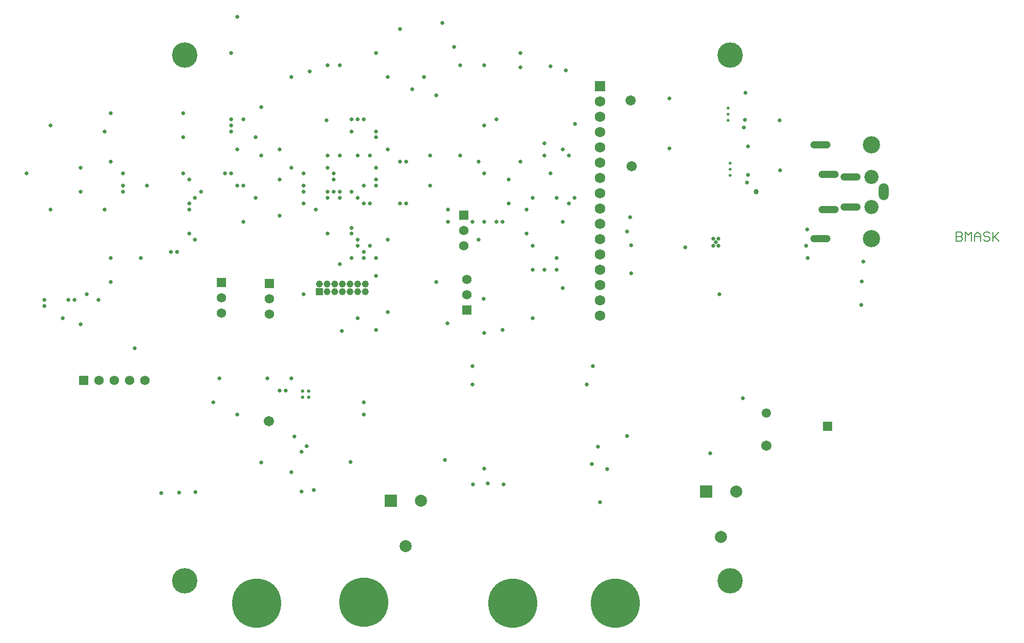
<source format=gbr>
%TF.GenerationSoftware,Altium Limited,Altium Designer,21.0.9 (235)*%
G04 Layer_Color=16711935*
%FSLAX26Y26*%
%MOIN*%
%TF.SameCoordinates,617CA12B-F850-4EA5-9EC3-0E5FEE419536*%
%TF.FilePolarity,Negative*%
%TF.FileFunction,Soldermask,Bot*%
%TF.Part,Single*%
G01*
G75*
%TA.AperFunction,NonConductor*%
%ADD84C,0.006000*%
%TA.AperFunction,ComponentPad*%
%ADD85C,0.061024*%
%ADD86C,0.061654*%
%ADD87R,0.061654X0.061654*%
%ADD89R,0.061024X0.061024*%
%ADD92R,0.061811X0.061811*%
%ADD93C,0.061811*%
%ADD101C,0.078740*%
%ADD102R,0.078740X0.078740*%
%TA.AperFunction,ViaPad*%
%ADD105C,0.019685*%
%TA.AperFunction,ComponentPad*%
%ADD130C,0.067024*%
%TA.AperFunction,ViaPad*%
%ADD131C,0.166000*%
%TA.AperFunction,ComponentPad*%
%ADD132C,0.068992*%
%ADD133R,0.068992X0.068992*%
%ADD134C,0.092614*%
%ADD135C,0.112299*%
%ADD136O,0.065055X0.112299*%
%ADD137O,0.131984X0.049307*%
%ADD138C,0.320961*%
%ADD139C,0.045370*%
%ADD140R,0.045370X0.045370*%
%TA.AperFunction,ViaPad*%
%ADD141C,0.026000*%
%ADD142C,0.034000*%
%ADD143C,0.025685*%
%ADD144C,0.021748*%
D84*
X7256000Y3790981D02*
Y3731000D01*
X7285990D01*
X7295987Y3740997D01*
Y3750994D01*
X7285990Y3760990D01*
X7256000D01*
X7285990D01*
X7295987Y3770987D01*
Y3780984D01*
X7285990Y3790981D01*
X7256000D01*
X7315981Y3731000D02*
Y3790981D01*
X7335974Y3770987D01*
X7355968Y3790981D01*
Y3731000D01*
X7375961D02*
Y3770987D01*
X7395955Y3790981D01*
X7415948Y3770987D01*
Y3731000D01*
Y3760990D01*
X7375961D01*
X7475929Y3780984D02*
X7465932Y3790981D01*
X7445939D01*
X7435942Y3780984D01*
Y3770987D01*
X7445939Y3760990D01*
X7465932D01*
X7475929Y3750994D01*
Y3740997D01*
X7465932Y3731000D01*
X7445939D01*
X7435942Y3740997D01*
X7495922Y3790981D02*
Y3731000D01*
Y3750994D01*
X7535909Y3790981D01*
X7505919Y3760990D01*
X7535909Y3731000D01*
D85*
X6015394Y2607220D02*
D03*
D86*
X1955000Y2820000D02*
D03*
X1855000D02*
D03*
X1755000D02*
D03*
X1655000D02*
D03*
D87*
X1555000D02*
D03*
D89*
X6415000Y2521000D02*
D03*
D92*
X4060000Y3280000D02*
D03*
X4040000Y3899832D02*
D03*
X2770000Y3455000D02*
D03*
X2455000Y3460000D02*
D03*
D93*
X4060000Y3380000D02*
D03*
Y3480000D02*
D03*
X4040000Y3799832D02*
D03*
Y3699832D02*
D03*
X2770000Y3255000D02*
D03*
Y3355000D02*
D03*
X2455000Y3260000D02*
D03*
Y3360000D02*
D03*
D101*
X5818425Y2093425D02*
D03*
X5720000Y1798150D02*
D03*
X3758425Y2033425D02*
D03*
X3660000Y1738150D02*
D03*
D102*
X5621575Y2093425D02*
D03*
X3561575Y2033425D02*
D03*
D105*
X5780000Y4241551D02*
D03*
Y4201000D02*
D03*
Y4160449D02*
D03*
X5765000Y4602102D02*
D03*
Y4561551D02*
D03*
Y4521000D02*
D03*
D130*
X6015000Y2395000D02*
D03*
X5135000Y4220000D02*
D03*
X5130000Y4650000D02*
D03*
X2765000Y2555000D02*
D03*
D131*
X5778627Y1510592D02*
D03*
Y4948092D02*
D03*
X2216127D02*
D03*
Y1510592D02*
D03*
D132*
X4930000Y3245000D02*
D03*
Y3345000D02*
D03*
Y3645000D02*
D03*
Y3745000D02*
D03*
Y3845000D02*
D03*
Y4045000D02*
D03*
Y4145000D02*
D03*
Y4345000D02*
D03*
Y4545000D02*
D03*
Y4645000D02*
D03*
Y4445000D02*
D03*
Y4245000D02*
D03*
Y3945000D02*
D03*
Y3545000D02*
D03*
Y3445000D02*
D03*
D133*
Y4745000D02*
D03*
D134*
X6702795Y4151850D02*
D03*
Y3955000D02*
D03*
D135*
Y4360512D02*
D03*
Y3746339D02*
D03*
D136*
X6781535Y4053425D02*
D03*
D137*
X6368150Y4360512D02*
D03*
Y3746339D02*
D03*
X6565000Y4151850D02*
D03*
Y3955000D02*
D03*
X6421299Y4167598D02*
D03*
Y3939252D02*
D03*
D138*
X4360000Y1365000D02*
D03*
X5030000D02*
D03*
X2685000D02*
D03*
X3385000Y1370000D02*
D03*
D139*
X3395000Y3450000D02*
D03*
Y3400000D02*
D03*
X3345000Y3450000D02*
D03*
Y3400000D02*
D03*
X3295000Y3450000D02*
D03*
Y3400000D02*
D03*
X3245000Y3450000D02*
D03*
Y3400000D02*
D03*
X3195000Y3450000D02*
D03*
Y3400000D02*
D03*
X3145000Y3450000D02*
D03*
Y3400000D02*
D03*
X3095000Y3450000D02*
D03*
D140*
Y3400000D02*
D03*
D141*
X4766000Y4498000D02*
D03*
X4704000Y4847000D02*
D03*
X4408000Y4869000D02*
D03*
X4604000Y4875000D02*
D03*
X3243000Y3144000D02*
D03*
X3933000Y3196000D02*
D03*
X4171000Y3132000D02*
D03*
X4168000Y3353000D02*
D03*
X2716535Y2283465D02*
D03*
X4173228Y2244095D02*
D03*
X3543307Y3267716D02*
D03*
Y3740157D02*
D03*
X2519685Y4527559D02*
D03*
X3346457Y4291339D02*
D03*
X2244095Y3779528D02*
D03*
X3385827Y3661417D02*
D03*
X3346457Y3740157D02*
D03*
X2283465D02*
D03*
X3346457Y3700787D02*
D03*
X3464567Y4094488D02*
D03*
X3818898D02*
D03*
X1692913Y3937008D02*
D03*
X4685039Y3425197D02*
D03*
X1299213Y3307087D02*
D03*
X1732284Y3622047D02*
D03*
X1929134D02*
D03*
X3385827Y3976378D02*
D03*
X2992126Y4055118D02*
D03*
X2322835D02*
D03*
X2244095Y3937008D02*
D03*
X3149606Y4055118D02*
D03*
X2992126Y3976378D02*
D03*
X2244095D02*
D03*
Y4133858D02*
D03*
X3188976D02*
D03*
X1811024Y4173228D02*
D03*
Y4094488D02*
D03*
X3149606Y4291339D02*
D03*
X3070866Y3937008D02*
D03*
X1456693Y3346457D02*
D03*
X1496063D02*
D03*
X1653543D02*
D03*
X4251968Y4527559D02*
D03*
X2834646Y3897638D02*
D03*
X4448819Y3937008D02*
D03*
X3858268Y4685039D02*
D03*
X3464567Y4409449D02*
D03*
X1811024Y4055118D02*
D03*
X1299213Y3346457D02*
D03*
X4251968Y3858268D02*
D03*
X1889764Y3031496D02*
D03*
X3346457Y3228347D02*
D03*
X3897638Y5157480D02*
D03*
X1181102Y4173228D02*
D03*
X4724409Y4291339D02*
D03*
Y3976378D02*
D03*
X4291339Y3149606D02*
D03*
X1535433Y3188976D02*
D03*
X3818898Y4291339D02*
D03*
X4015748D02*
D03*
X4133858Y3740157D02*
D03*
X3937008Y3858268D02*
D03*
X2125984Y3661417D02*
D03*
X1535433Y4055118D02*
D03*
X5861000Y2706000D02*
D03*
X5107000Y3794000D02*
D03*
X2913386Y4212598D02*
D03*
X3149606D02*
D03*
X2598425Y4527559D02*
D03*
X3307087D02*
D03*
X3346457D02*
D03*
X2716535Y4606299D02*
D03*
X3622047Y3976378D02*
D03*
X3661417D02*
D03*
X2598425Y4094488D02*
D03*
X2283465Y4015748D02*
D03*
X2992126Y3385827D02*
D03*
X3149606Y3779528D02*
D03*
X3464567Y3503937D02*
D03*
X3425197Y3700787D02*
D03*
X4566929Y4370079D02*
D03*
X4685039Y4330709D02*
D03*
X4645669Y4015748D02*
D03*
X4685039Y3858268D02*
D03*
X3976378Y5000000D02*
D03*
X3425197Y3976378D02*
D03*
X2834646Y4133858D02*
D03*
X3425197Y4291339D02*
D03*
X2480315Y4173228D02*
D03*
X3464567Y4448819D02*
D03*
X2716535Y4291339D02*
D03*
X3464567Y4960630D02*
D03*
X2992126Y4173228D02*
D03*
X2519685D02*
D03*
X3385827Y4527559D02*
D03*
X2834646Y4330709D02*
D03*
X2559055D02*
D03*
X3188976Y4173228D02*
D03*
X4488189Y3700787D02*
D03*
X4566929Y4291339D02*
D03*
X3228347Y4055118D02*
D03*
X4488189Y3543307D02*
D03*
X3464567Y3622047D02*
D03*
X3188976Y4055118D02*
D03*
X2992126Y4094488D02*
D03*
X4173228Y4173228D02*
D03*
X3228347Y4015748D02*
D03*
X4606299Y4173228D02*
D03*
X3228347Y3582677D02*
D03*
X4330709Y4133858D02*
D03*
X3307087Y4055118D02*
D03*
Y3818898D02*
D03*
X4330709Y3976378D02*
D03*
X3307087Y3779528D02*
D03*
X4291339Y3858268D02*
D03*
X3346457Y4015748D02*
D03*
X4488189D02*
D03*
X3464567Y4133858D02*
D03*
X2401575Y2677165D02*
D03*
X3385827Y4094488D02*
D03*
X2874016Y2755905D02*
D03*
X3661417Y4251968D02*
D03*
X4133858D02*
D03*
X3464567Y4212598D02*
D03*
X4094488Y3858268D02*
D03*
X4448819Y3779528D02*
D03*
X3622047Y4251968D02*
D03*
X2165354Y3661417D02*
D03*
X2559055Y4094488D02*
D03*
X1968504D02*
D03*
X4916000Y2389000D02*
D03*
X4876000Y2274000D02*
D03*
X4975000Y2240000D02*
D03*
X5648000Y2346000D02*
D03*
X5105000Y2458000D02*
D03*
X3141000Y4522000D02*
D03*
X5133000Y3521000D02*
D03*
Y3704000D02*
D03*
X5125000Y3889000D02*
D03*
X5381000Y4663000D02*
D03*
X5879000Y4701000D02*
D03*
X5869000Y4473000D02*
D03*
X5875000Y4525000D02*
D03*
X6103000Y4522000D02*
D03*
X5382000Y4337000D02*
D03*
X6107000Y4196000D02*
D03*
X5894000Y4351000D02*
D03*
X5890000Y4113000D02*
D03*
X5897000Y4163000D02*
D03*
X6634000Y3315000D02*
D03*
X6638000Y3468000D02*
D03*
X6648000Y3598000D02*
D03*
X6281000Y3809000D02*
D03*
X6275000Y3700000D02*
D03*
X6287000Y3620000D02*
D03*
X5484000Y3690000D02*
D03*
X4930000Y2026000D02*
D03*
X4099000Y2140000D02*
D03*
X3916000Y2302000D02*
D03*
X3299000Y2289000D02*
D03*
X2912905Y2222095D02*
D03*
X2980000Y2095000D02*
D03*
X3060000Y2103000D02*
D03*
X4298000Y2141000D02*
D03*
X4194000Y2147000D02*
D03*
X2931000Y2455000D02*
D03*
X3011000Y2392000D02*
D03*
X2980000Y2354000D02*
D03*
X2061000Y2086000D02*
D03*
X2180000Y2088000D02*
D03*
X2285000Y2090000D02*
D03*
X3543307Y4330709D02*
D03*
X3228347Y4291339D02*
D03*
X3149606Y4015748D02*
D03*
X3307087Y4448819D02*
D03*
X1732284Y4251968D02*
D03*
X1692913Y4448819D02*
D03*
X2204724Y4409449D02*
D03*
Y4173228D02*
D03*
X1732284Y4566929D02*
D03*
X2204724D02*
D03*
X4645669Y3622047D02*
D03*
X4409449Y4251968D02*
D03*
X1417323Y3228347D02*
D03*
X2913386Y2834646D02*
D03*
X1574803Y3385827D02*
D03*
X2834646Y2755905D02*
D03*
X2559055Y2598425D02*
D03*
X2519685Y4960630D02*
D03*
X4488189Y3228347D02*
D03*
X2440945Y2834646D02*
D03*
X4409449Y4960630D02*
D03*
X3228347Y4881890D02*
D03*
X3622047Y5118110D02*
D03*
X3937008Y3937008D02*
D03*
X3149606Y4881890D02*
D03*
X3031496Y4842520D02*
D03*
X3385827Y2598425D02*
D03*
X2559055Y5196850D02*
D03*
X4094488Y2913386D02*
D03*
X4173228Y4881890D02*
D03*
X3307087Y3622047D02*
D03*
X4015748Y4881890D02*
D03*
X2519685Y4488189D02*
D03*
X3385827Y3622047D02*
D03*
X3700787Y4724409D02*
D03*
X3543307Y4803150D02*
D03*
X4173228Y4488189D02*
D03*
X3385827Y2677165D02*
D03*
X2755905Y2834646D02*
D03*
X2677165Y4409449D02*
D03*
X4881890Y2913386D02*
D03*
X4094488Y2795276D02*
D03*
X2913386Y4803150D02*
D03*
X1338583Y3937008D02*
D03*
X3779528Y4803150D02*
D03*
X2519685Y4448819D02*
D03*
X1338583Y4488189D02*
D03*
X2677165Y4015748D02*
D03*
X4645669Y3543307D02*
D03*
X1732284Y3464567D02*
D03*
X4842520Y2795276D02*
D03*
X5708661Y3385827D02*
D03*
X4763779Y4015748D02*
D03*
X4566929Y3543307D02*
D03*
X4173228Y3858268D02*
D03*
X3464567Y3149606D02*
D03*
X2598425Y3858268D02*
D03*
X1535433Y4212598D02*
D03*
X3858268Y3464567D02*
D03*
D142*
X5949000Y4055000D02*
D03*
D143*
X5685000Y3724770D02*
D03*
X5667283Y3701148D02*
D03*
Y3748392D02*
D03*
X5702717D02*
D03*
Y3701148D02*
D03*
D144*
X3024685Y2712191D02*
D03*
X2985315D02*
D03*
X3024685Y2751561D02*
D03*
X2985315D02*
D03*
%TF.MD5,dfb65f5b4c2a4d0b1f5467311bce7647*%
M02*

</source>
